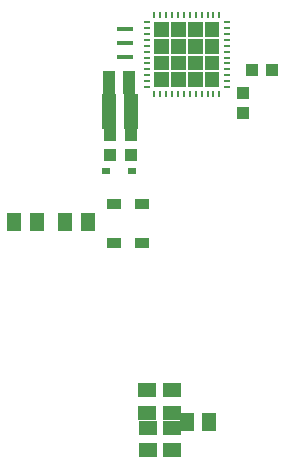
<source format=gbr>
G04 EAGLE Gerber RS-274X export*
G75*
%MOMM*%
%FSLAX34Y34*%
%LPD*%
%INSolderpaste Bottom*%
%IPPOS*%
%AMOC8*
5,1,8,0,0,1.08239X$1,22.5*%
G01*
%ADD10R,1.399997X0.400000*%
%ADD11R,1.100000X1.000000*%
%ADD12R,1.000000X1.100000*%
%ADD13R,0.550000X0.254000*%
%ADD14R,0.254000X0.550000*%
%ADD15R,0.800000X0.500000*%
%ADD16R,1.500000X1.300000*%
%ADD17R,1.300000X1.500000*%
%ADD18R,1.220000X0.910000*%

G36*
X-7285Y443724D02*
X-7285Y443724D01*
X-7282Y443723D01*
X-7239Y443743D01*
X-7196Y443761D01*
X-7195Y443763D01*
X-7193Y443764D01*
X-7160Y443849D01*
X-7160Y456073D01*
X-7161Y456075D01*
X-7160Y456077D01*
X-7180Y456120D01*
X-7199Y456164D01*
X-7201Y456164D01*
X-7202Y456166D01*
X-7287Y456199D01*
X-19511Y456199D01*
X-19513Y456198D01*
X-19515Y456199D01*
X-19558Y456179D01*
X-19601Y456161D01*
X-19602Y456159D01*
X-19604Y456158D01*
X-19637Y456073D01*
X-19637Y443849D01*
X-19636Y443847D01*
X-19637Y443845D01*
X-19617Y443802D01*
X-19598Y443758D01*
X-19596Y443758D01*
X-19595Y443756D01*
X-19511Y443723D01*
X-7287Y443723D01*
X-7285Y443724D01*
G37*
G36*
X6940Y443724D02*
X6940Y443724D01*
X6942Y443723D01*
X6985Y443743D01*
X7028Y443761D01*
X7029Y443763D01*
X7031Y443764D01*
X7064Y443849D01*
X7064Y456073D01*
X7063Y456075D01*
X7064Y456077D01*
X7044Y456120D01*
X7025Y456164D01*
X7023Y456164D01*
X7022Y456166D01*
X6938Y456199D01*
X-5287Y456199D01*
X-5289Y456198D01*
X-5291Y456199D01*
X-5334Y456179D01*
X-5377Y456161D01*
X-5378Y456159D01*
X-5380Y456158D01*
X-5413Y456073D01*
X-5413Y443849D01*
X-5412Y443847D01*
X-5413Y443845D01*
X-5393Y443802D01*
X-5374Y443758D01*
X-5372Y443758D01*
X-5371Y443756D01*
X-5287Y443723D01*
X6938Y443723D01*
X6940Y443724D01*
G37*
G36*
X35388Y443724D02*
X35388Y443724D01*
X35390Y443723D01*
X35433Y443743D01*
X35476Y443761D01*
X35477Y443763D01*
X35479Y443764D01*
X35512Y443849D01*
X35512Y456073D01*
X35511Y456075D01*
X35512Y456077D01*
X35492Y456120D01*
X35473Y456164D01*
X35471Y456164D01*
X35470Y456166D01*
X35386Y456199D01*
X23162Y456199D01*
X23160Y456198D01*
X23157Y456199D01*
X23114Y456179D01*
X23071Y456161D01*
X23070Y456159D01*
X23068Y456158D01*
X23035Y456073D01*
X23035Y443849D01*
X23036Y443847D01*
X23035Y443845D01*
X23055Y443802D01*
X23074Y443758D01*
X23076Y443758D01*
X23077Y443756D01*
X23162Y443723D01*
X35386Y443723D01*
X35388Y443724D01*
G37*
G36*
X21164Y443724D02*
X21164Y443724D01*
X21166Y443723D01*
X21209Y443743D01*
X21252Y443761D01*
X21253Y443763D01*
X21255Y443764D01*
X21288Y443849D01*
X21288Y456073D01*
X21287Y456075D01*
X21288Y456077D01*
X21268Y456120D01*
X21249Y456164D01*
X21247Y456164D01*
X21246Y456166D01*
X21162Y456199D01*
X8938Y456199D01*
X8936Y456198D01*
X8933Y456199D01*
X8890Y456179D01*
X8847Y456161D01*
X8846Y456159D01*
X8844Y456158D01*
X8811Y456073D01*
X8811Y443849D01*
X8812Y443847D01*
X8811Y443845D01*
X8831Y443802D01*
X8850Y443758D01*
X8852Y443758D01*
X8853Y443756D01*
X8938Y443723D01*
X21162Y443723D01*
X21164Y443724D01*
G37*
G36*
X35388Y429500D02*
X35388Y429500D01*
X35390Y429499D01*
X35433Y429519D01*
X35476Y429537D01*
X35477Y429539D01*
X35479Y429540D01*
X35512Y429625D01*
X35512Y441849D01*
X35511Y441851D01*
X35512Y441853D01*
X35492Y441896D01*
X35473Y441940D01*
X35471Y441940D01*
X35470Y441942D01*
X35386Y441975D01*
X23162Y441975D01*
X23160Y441974D01*
X23157Y441975D01*
X23114Y441955D01*
X23071Y441937D01*
X23070Y441935D01*
X23068Y441934D01*
X23035Y441849D01*
X23035Y429625D01*
X23036Y429623D01*
X23035Y429621D01*
X23055Y429578D01*
X23074Y429534D01*
X23076Y429534D01*
X23077Y429532D01*
X23162Y429499D01*
X35386Y429499D01*
X35388Y429500D01*
G37*
G36*
X6940Y429500D02*
X6940Y429500D01*
X6942Y429499D01*
X6985Y429519D01*
X7028Y429537D01*
X7029Y429539D01*
X7031Y429540D01*
X7064Y429625D01*
X7064Y441849D01*
X7063Y441851D01*
X7064Y441853D01*
X7044Y441896D01*
X7025Y441940D01*
X7023Y441940D01*
X7022Y441942D01*
X6938Y441975D01*
X-5287Y441975D01*
X-5289Y441974D01*
X-5291Y441975D01*
X-5334Y441955D01*
X-5377Y441937D01*
X-5378Y441935D01*
X-5380Y441934D01*
X-5413Y441849D01*
X-5413Y429625D01*
X-5412Y429623D01*
X-5413Y429621D01*
X-5393Y429578D01*
X-5374Y429534D01*
X-5372Y429534D01*
X-5371Y429532D01*
X-5287Y429499D01*
X6938Y429499D01*
X6940Y429500D01*
G37*
G36*
X-7285Y429500D02*
X-7285Y429500D01*
X-7282Y429499D01*
X-7239Y429519D01*
X-7196Y429537D01*
X-7195Y429539D01*
X-7193Y429540D01*
X-7160Y429625D01*
X-7160Y441849D01*
X-7161Y441851D01*
X-7160Y441853D01*
X-7180Y441896D01*
X-7199Y441940D01*
X-7201Y441940D01*
X-7202Y441942D01*
X-7287Y441975D01*
X-19511Y441975D01*
X-19513Y441974D01*
X-19515Y441975D01*
X-19558Y441955D01*
X-19601Y441937D01*
X-19602Y441935D01*
X-19604Y441934D01*
X-19637Y441849D01*
X-19637Y429625D01*
X-19636Y429623D01*
X-19637Y429621D01*
X-19617Y429578D01*
X-19598Y429534D01*
X-19596Y429534D01*
X-19595Y429532D01*
X-19511Y429499D01*
X-7287Y429499D01*
X-7285Y429500D01*
G37*
G36*
X21164Y429500D02*
X21164Y429500D01*
X21166Y429499D01*
X21209Y429519D01*
X21252Y429537D01*
X21253Y429539D01*
X21255Y429540D01*
X21288Y429625D01*
X21288Y441849D01*
X21287Y441851D01*
X21288Y441853D01*
X21268Y441896D01*
X21249Y441940D01*
X21247Y441940D01*
X21246Y441942D01*
X21162Y441975D01*
X8938Y441975D01*
X8936Y441974D01*
X8933Y441975D01*
X8890Y441955D01*
X8847Y441937D01*
X8846Y441935D01*
X8844Y441934D01*
X8811Y441849D01*
X8811Y429625D01*
X8812Y429623D01*
X8811Y429621D01*
X8831Y429578D01*
X8850Y429534D01*
X8852Y429534D01*
X8853Y429532D01*
X8938Y429499D01*
X21162Y429499D01*
X21164Y429500D01*
G37*
G36*
X21164Y415276D02*
X21164Y415276D01*
X21166Y415275D01*
X21209Y415295D01*
X21252Y415313D01*
X21253Y415315D01*
X21255Y415316D01*
X21288Y415401D01*
X21288Y427625D01*
X21287Y427627D01*
X21288Y427629D01*
X21268Y427672D01*
X21249Y427716D01*
X21247Y427716D01*
X21246Y427718D01*
X21162Y427751D01*
X8938Y427751D01*
X8936Y427750D01*
X8933Y427751D01*
X8890Y427731D01*
X8847Y427713D01*
X8846Y427711D01*
X8844Y427710D01*
X8811Y427625D01*
X8811Y415401D01*
X8812Y415399D01*
X8811Y415397D01*
X8831Y415354D01*
X8850Y415310D01*
X8852Y415310D01*
X8853Y415308D01*
X8938Y415275D01*
X21162Y415275D01*
X21164Y415276D01*
G37*
G36*
X6940Y415276D02*
X6940Y415276D01*
X6942Y415275D01*
X6985Y415295D01*
X7028Y415313D01*
X7029Y415315D01*
X7031Y415316D01*
X7064Y415401D01*
X7064Y427625D01*
X7063Y427627D01*
X7064Y427629D01*
X7044Y427672D01*
X7025Y427716D01*
X7023Y427716D01*
X7022Y427718D01*
X6938Y427751D01*
X-5287Y427751D01*
X-5289Y427750D01*
X-5291Y427751D01*
X-5334Y427731D01*
X-5377Y427713D01*
X-5378Y427711D01*
X-5380Y427710D01*
X-5413Y427625D01*
X-5413Y415401D01*
X-5412Y415399D01*
X-5413Y415397D01*
X-5393Y415354D01*
X-5374Y415310D01*
X-5372Y415310D01*
X-5371Y415308D01*
X-5287Y415275D01*
X6938Y415275D01*
X6940Y415276D01*
G37*
G36*
X35388Y415276D02*
X35388Y415276D01*
X35390Y415275D01*
X35433Y415295D01*
X35476Y415313D01*
X35477Y415315D01*
X35479Y415316D01*
X35512Y415401D01*
X35512Y427625D01*
X35511Y427627D01*
X35512Y427629D01*
X35492Y427672D01*
X35473Y427716D01*
X35471Y427716D01*
X35470Y427718D01*
X35386Y427751D01*
X23162Y427751D01*
X23160Y427750D01*
X23157Y427751D01*
X23114Y427731D01*
X23071Y427713D01*
X23070Y427711D01*
X23068Y427710D01*
X23035Y427625D01*
X23035Y415401D01*
X23036Y415399D01*
X23035Y415397D01*
X23055Y415354D01*
X23074Y415310D01*
X23076Y415310D01*
X23077Y415308D01*
X23162Y415275D01*
X35386Y415275D01*
X35388Y415276D01*
G37*
G36*
X-7285Y415276D02*
X-7285Y415276D01*
X-7282Y415275D01*
X-7239Y415295D01*
X-7196Y415313D01*
X-7195Y415315D01*
X-7193Y415316D01*
X-7160Y415401D01*
X-7160Y427625D01*
X-7161Y427627D01*
X-7160Y427629D01*
X-7180Y427672D01*
X-7199Y427716D01*
X-7201Y427716D01*
X-7202Y427718D01*
X-7287Y427751D01*
X-19511Y427751D01*
X-19513Y427750D01*
X-19515Y427751D01*
X-19558Y427731D01*
X-19601Y427713D01*
X-19602Y427711D01*
X-19604Y427710D01*
X-19637Y427625D01*
X-19637Y415401D01*
X-19636Y415399D01*
X-19637Y415397D01*
X-19617Y415354D01*
X-19598Y415310D01*
X-19596Y415310D01*
X-19595Y415308D01*
X-19511Y415275D01*
X-7287Y415275D01*
X-7285Y415276D01*
G37*
G36*
X35388Y401052D02*
X35388Y401052D01*
X35390Y401051D01*
X35433Y401071D01*
X35476Y401089D01*
X35477Y401091D01*
X35479Y401092D01*
X35512Y401177D01*
X35512Y413401D01*
X35511Y413403D01*
X35512Y413405D01*
X35492Y413448D01*
X35473Y413492D01*
X35471Y413492D01*
X35470Y413494D01*
X35386Y413527D01*
X23162Y413527D01*
X23160Y413526D01*
X23157Y413527D01*
X23114Y413507D01*
X23071Y413489D01*
X23070Y413487D01*
X23068Y413486D01*
X23035Y413401D01*
X23035Y401177D01*
X23036Y401175D01*
X23035Y401173D01*
X23055Y401130D01*
X23074Y401086D01*
X23076Y401086D01*
X23077Y401084D01*
X23162Y401051D01*
X35386Y401051D01*
X35388Y401052D01*
G37*
G36*
X21164Y401052D02*
X21164Y401052D01*
X21166Y401051D01*
X21209Y401071D01*
X21252Y401089D01*
X21253Y401091D01*
X21255Y401092D01*
X21288Y401177D01*
X21288Y413401D01*
X21287Y413403D01*
X21288Y413405D01*
X21268Y413448D01*
X21249Y413492D01*
X21247Y413492D01*
X21246Y413494D01*
X21162Y413527D01*
X8938Y413527D01*
X8936Y413526D01*
X8933Y413527D01*
X8890Y413507D01*
X8847Y413489D01*
X8846Y413487D01*
X8844Y413486D01*
X8811Y413401D01*
X8811Y401177D01*
X8812Y401175D01*
X8811Y401173D01*
X8831Y401130D01*
X8850Y401086D01*
X8852Y401086D01*
X8853Y401084D01*
X8938Y401051D01*
X21162Y401051D01*
X21164Y401052D01*
G37*
G36*
X6940Y401052D02*
X6940Y401052D01*
X6942Y401051D01*
X6985Y401071D01*
X7028Y401089D01*
X7029Y401091D01*
X7031Y401092D01*
X7064Y401177D01*
X7064Y413401D01*
X7063Y413403D01*
X7064Y413405D01*
X7044Y413448D01*
X7025Y413492D01*
X7023Y413492D01*
X7022Y413494D01*
X6938Y413527D01*
X-5287Y413527D01*
X-5289Y413526D01*
X-5291Y413527D01*
X-5334Y413507D01*
X-5377Y413489D01*
X-5378Y413487D01*
X-5380Y413486D01*
X-5413Y413401D01*
X-5413Y401177D01*
X-5412Y401175D01*
X-5413Y401173D01*
X-5393Y401130D01*
X-5374Y401086D01*
X-5372Y401086D01*
X-5371Y401084D01*
X-5287Y401051D01*
X6938Y401051D01*
X6940Y401052D01*
G37*
G36*
X-7285Y401052D02*
X-7285Y401052D01*
X-7282Y401051D01*
X-7239Y401071D01*
X-7196Y401089D01*
X-7195Y401091D01*
X-7193Y401092D01*
X-7160Y401177D01*
X-7160Y413401D01*
X-7161Y413403D01*
X-7160Y413405D01*
X-7180Y413448D01*
X-7199Y413492D01*
X-7201Y413492D01*
X-7202Y413494D01*
X-7287Y413527D01*
X-19511Y413527D01*
X-19513Y413526D01*
X-19515Y413527D01*
X-19558Y413507D01*
X-19601Y413489D01*
X-19602Y413487D01*
X-19604Y413486D01*
X-19637Y413401D01*
X-19637Y401177D01*
X-19636Y401175D01*
X-19637Y401173D01*
X-19617Y401130D01*
X-19598Y401086D01*
X-19596Y401086D01*
X-19595Y401084D01*
X-19511Y401051D01*
X-7287Y401051D01*
X-7285Y401052D01*
G37*
D10*
X-44450Y450150D03*
X-44450Y438150D03*
X-44450Y426150D03*
D11*
X55563Y378850D03*
X55563Y395850D03*
D12*
X62938Y415925D03*
X79938Y415925D03*
D11*
X-57150Y343925D03*
X-57150Y360925D03*
X-40713Y409575D03*
X-57713Y409575D03*
X-40713Y400050D03*
X-57713Y400050D03*
X-39688Y343925D03*
X-39688Y360925D03*
D13*
X-25863Y401118D03*
X-25863Y406119D03*
X-25863Y411121D03*
X-25863Y416122D03*
X-25863Y421123D03*
X-25863Y426124D03*
X-25863Y431126D03*
X-25863Y436127D03*
X-25863Y441128D03*
X-25863Y446129D03*
X-25863Y451131D03*
X-25863Y456132D03*
D14*
X-19570Y462425D03*
X-14569Y462425D03*
X-9567Y462425D03*
X-4566Y462425D03*
X436Y462425D03*
X5437Y462425D03*
X10439Y462425D03*
X15440Y462425D03*
X20441Y462425D03*
X25442Y462425D03*
X30444Y462425D03*
X35445Y462425D03*
D13*
X41738Y456132D03*
X41738Y451131D03*
X41738Y446129D03*
X41738Y441128D03*
X41738Y436127D03*
X41738Y431126D03*
X41738Y426124D03*
X41738Y421123D03*
X41738Y416122D03*
X41738Y411121D03*
X41738Y406119D03*
X41738Y401118D03*
D14*
X35445Y394825D03*
X30444Y394825D03*
X25442Y394825D03*
X20441Y394825D03*
X15440Y394825D03*
X10439Y394825D03*
X5437Y394825D03*
X436Y394825D03*
X-4566Y394825D03*
X-9567Y394825D03*
X-14569Y394825D03*
X-19570Y394825D03*
D15*
X-38213Y330200D03*
X-60213Y330200D03*
D16*
X-25400Y112688D03*
X-25400Y93688D03*
X-25625Y125413D03*
X-25625Y144413D03*
D17*
X26938Y117700D03*
X7938Y117700D03*
D16*
X-4763Y112688D03*
X-4763Y93688D03*
X-4988Y125413D03*
X-4988Y144413D03*
D17*
X-119063Y287112D03*
X-138063Y287112D03*
X-76200Y287112D03*
X-95200Y287112D03*
X-39150Y373288D03*
X-58150Y373288D03*
X-39150Y387575D03*
X-58150Y387575D03*
D18*
X-53975Y269400D03*
X-53975Y302100D03*
X-30163Y269400D03*
X-30163Y302100D03*
M02*

</source>
